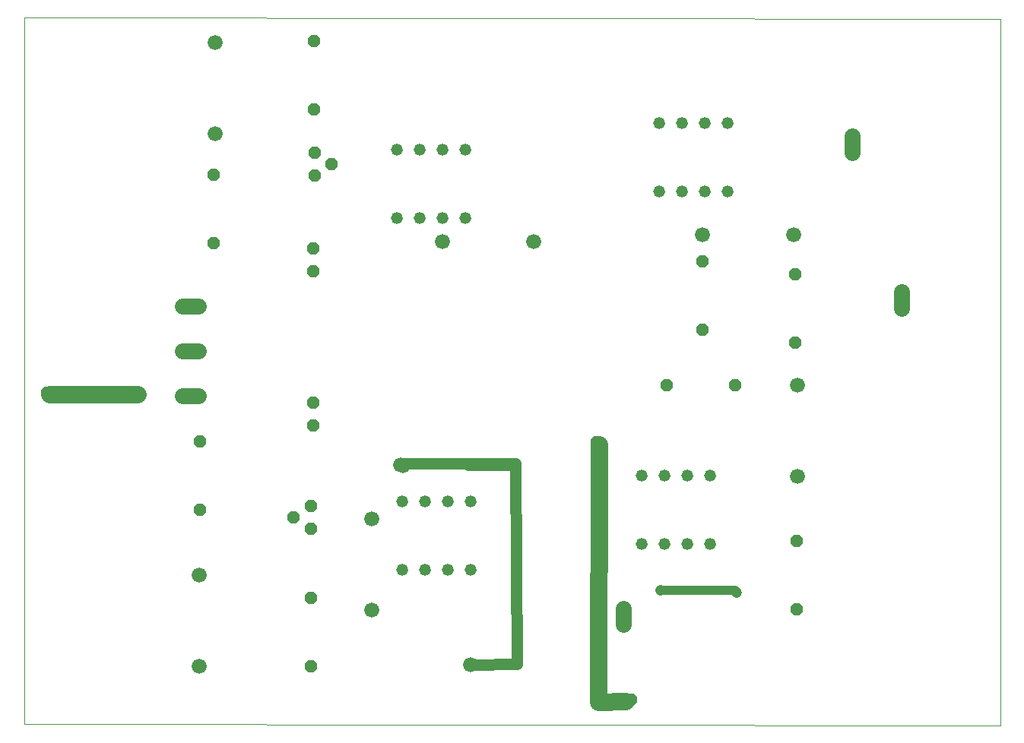
<source format=gtl>
G75*
%MOIN*%
%OFA0B0*%
%FSLAX25Y25*%
%IPPOS*%
%LPD*%
%AMOC8*
5,1,8,0,0,1.08239X$1,22.5*
%
%ADD10C,0.00000*%
%ADD11OC8,0.05200*%
%ADD12C,0.06600*%
%ADD13C,0.07050*%
%ADD14C,0.05200*%
%ADD15C,0.05000*%
%ADD16OC8,0.05600*%
%ADD17C,0.07600*%
%ADD18C,0.04750*%
%ADD19C,0.04000*%
D10*
X0001000Y0001591D02*
X0001000Y0311551D01*
X0428815Y0310961D01*
X0428815Y0001000D01*
X0001000Y0001591D01*
D11*
X0126591Y0027024D03*
X0126591Y0057024D03*
X0126591Y0087358D03*
X0119091Y0092358D03*
X0126591Y0097358D03*
X0127693Y0132713D03*
X0127693Y0142713D03*
X0078087Y0125587D03*
X0078087Y0095587D03*
X0127476Y0200114D03*
X0127476Y0210114D03*
X0128264Y0242299D03*
X0135764Y0247299D03*
X0128264Y0252299D03*
X0128047Y0271138D03*
X0128047Y0301138D03*
X0083972Y0242594D03*
X0083972Y0212594D03*
X0282732Y0150134D03*
X0298323Y0174425D03*
X0312732Y0150134D03*
X0339051Y0168933D03*
X0339051Y0198933D03*
X0298323Y0204425D03*
X0339484Y0081906D03*
X0339484Y0051906D03*
D12*
X0340114Y0110252D03*
X0340114Y0150252D03*
X0338283Y0216177D03*
X0298283Y0216177D03*
X0224169Y0213382D03*
X0184169Y0213382D03*
X0084563Y0260567D03*
X0084563Y0300567D03*
X0165921Y0115311D03*
X0167083Y0114740D03*
X0153402Y0091709D03*
X0153402Y0051709D03*
X0196689Y0027437D03*
X0077516Y0026866D03*
X0077516Y0066866D03*
D13*
X0077261Y0145488D02*
X0070211Y0145488D01*
X0070211Y0165173D02*
X0077261Y0165173D01*
X0077261Y0184858D02*
X0070211Y0184858D01*
X0263638Y0052340D02*
X0263638Y0045290D01*
X0385587Y0184050D02*
X0385587Y0191100D01*
X0364110Y0252396D02*
X0364110Y0259446D01*
D14*
X0309169Y0265272D03*
X0299169Y0265272D03*
X0289169Y0265272D03*
X0279169Y0265272D03*
X0279169Y0235272D03*
X0289169Y0235272D03*
X0299169Y0235272D03*
X0309169Y0235272D03*
X0194228Y0223441D03*
X0184228Y0223441D03*
X0174228Y0223441D03*
X0164228Y0223441D03*
X0164228Y0253441D03*
X0174228Y0253441D03*
X0184228Y0253441D03*
X0194228Y0253441D03*
X0271768Y0110646D03*
X0281768Y0110646D03*
X0291768Y0110646D03*
X0301768Y0110646D03*
X0301768Y0080646D03*
X0291768Y0080646D03*
X0281768Y0080646D03*
X0271768Y0080646D03*
X0196689Y0069287D03*
X0186689Y0069287D03*
X0176689Y0069287D03*
X0166689Y0069287D03*
X0166689Y0099287D03*
X0176689Y0099287D03*
X0186689Y0099287D03*
X0196689Y0099287D03*
D15*
X0195528Y0115311D02*
X0216433Y0115311D01*
X0216433Y0115902D01*
X0217043Y0027988D01*
X0196689Y0027437D01*
X0167083Y0114740D02*
X0167083Y0115902D01*
X0216433Y0115902D01*
D16*
X0251846Y0125213D03*
X0253087Y0124209D03*
X0266945Y0012299D03*
X0050488Y0146138D03*
X0012043Y0146157D03*
X0010882Y0146768D03*
D17*
X0012043Y0146157D02*
X0050488Y0146138D01*
X0253087Y0124209D02*
X0252575Y0011374D01*
X0264622Y0011728D01*
D18*
X0313165Y0059366D03*
X0280035Y0060370D03*
D19*
X0312673Y0060370D01*
X0313421Y0059622D01*
M02*

</source>
